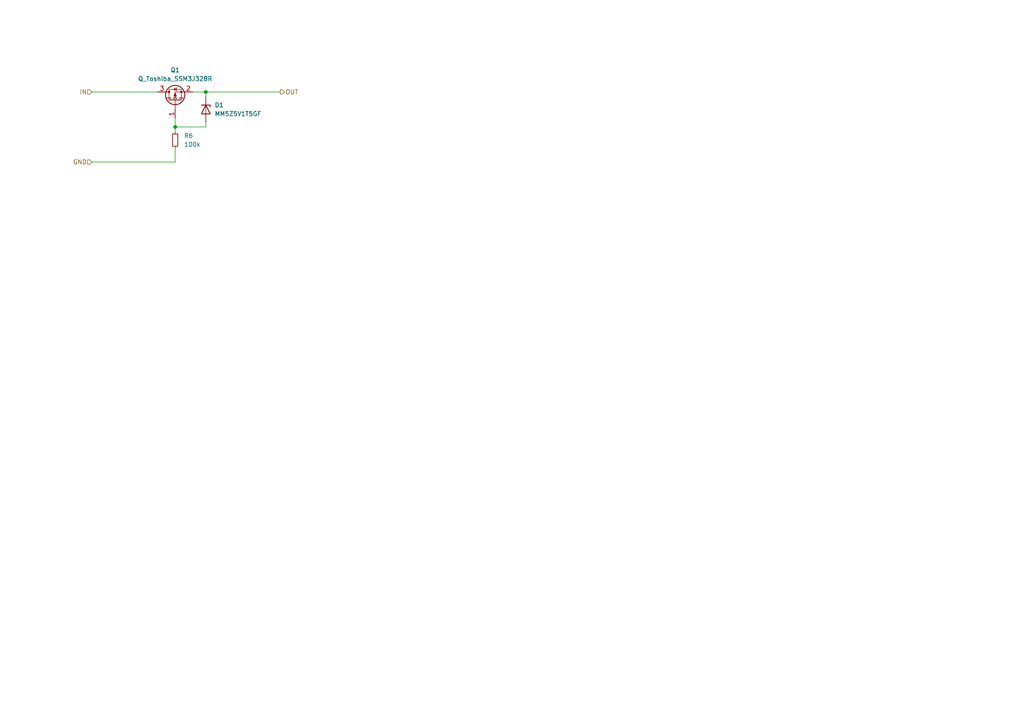
<source format=kicad_sch>
(kicad_sch (version 20231120) (generator "eeschema") (generator_version "8.0")
  (paper "A4")
  (lib_symbols
    (symbol "Device:D_Zener" (pin_numbers hide) (pin_names (offset 1.016) hide)
      (property "Reference" "D" (at 0 2.54 0))
      (property "Value" "D_Zener" (at 0 -2.54 0))
      (symbol "D_Zener_0_1"
        (polyline (pts (xy 1.27 0) (xy -1.27 0)))
        (polyline (pts (xy -1.27 -1.27) (xy -1.27 1.27) (xy -0.762 1.27)) (stroke (width 0.254)))
        (polyline (pts (xy 1.27 -1.27) (xy 1.27 1.27) (xy -1.27 0) (xy 1.27 -1.27)) (stroke (width 0.254)))
      )
      (symbol "D_Zener_1_1"
        (pin passive line (at -3.81 0 0) (length 2.54) (name "K") (number "1"))
        (pin passive line (at 3.81 0 180) (length 2.54) (name "A") (number "2"))
      )
    )
    (symbol "Device:R_Small" (pin_numbers hide) (pin_names (offset 0.254) hide)
      (property "Reference" "R" (at 0.762 0.508 0))
      (property "Value" "R_Small" (at 0.762 -1.016 0))
      (symbol "R_Small_0_1"
        (rectangle (start -0.762 1.778) (end 0.762 -1.778) (stroke (width 0.2032)))
      )
      (symbol "R_Small_1_1"
        (pin passive line (at 0 2.54 270) (length 0.762) (name "~") (number "1"))
        (pin passive line (at 0 -2.54 90) (length 0.762) (name "~") (number "2"))
      )
    )
    (symbol "Toshiba_SSM3J328R:Q_Toshiba_SSM3J328R" (pin_names (offset 0) hide)
      (property "Reference" "Q" (at 5.08 1.27 0))
      (property "Value" "Q_Toshiba_SSM3J328R" (at 5.08 -1.27 0))
      (symbol "Q_Toshiba_SSM3J328R_0_1"
        (polyline (pts (xy 0.254 0) (xy -2.54 0)))
        (polyline (pts (xy 0.254 1.905) (xy 0.254 -1.905)) (stroke (width 0.254)))
        (polyline (pts (xy 0.762 -1.27) (xy 0.762 -2.286)) (stroke (width 0.254)))
        (polyline (pts (xy 0.762 0.508) (xy 0.762 -0.508)) (stroke (width 0.254)))
        (polyline (pts (xy 0.762 2.286) (xy 0.762 1.27)) (stroke (width 0.254)))
        (polyline (pts (xy 2.54 2.54) (xy 2.54 1.778)))
        (polyline (pts (xy 2.54 -2.54) (xy 2.54 0) (xy 0.762 0)))
        (polyline (pts (xy 0.762 1.778) (xy 3.302 1.778) (xy 3.302 -1.778) (xy 0.762 -1.778)))
        (polyline (pts (xy 2.286 0) (xy 1.27 0.381) (xy 1.27 -0.381) (xy 2.286 0)) (fill (type outline)))
        (polyline (pts (xy 2.794 -0.508) (xy 2.921 -0.381) (xy 3.683 -0.381) (xy 3.81 -0.254)))
        (polyline (pts (xy 3.302 -0.381) (xy 2.921 0.254) (xy 3.683 0.254) (xy 3.302 -0.381)))
        (circle (center 1.651 0) (radius 2.794) (stroke (width 0.254)))
        (circle (center 2.54 -1.778) (radius 0.254) (fill (type outline)))
        (circle (center 2.54 1.778) (radius 0.254) (fill (type outline)))
      )
      (symbol "Q_Toshiba_SSM3J328R_1_1"
        (pin input line (at -5.08 0 0) (length 2.54) (name "G") (number "1"))
        (pin passive line (at 2.54 -5.08 90) (length 2.54) (name "S") (number "2"))
        (pin passive line (at 2.54 5.08 270) (length 2.54) (name "D") (number "3"))
      )
    )
  )
  (junction (at 59.69 26.67))
  (junction (at 50.8 36.83))
  (wire (pts (xy 59.69 26.67) (xy 81.28 26.67)))
  (wire (pts (xy 50.8 34.29) (xy 50.8 36.83)))
  (wire (pts (xy 26.67 26.67) (xy 45.72 26.67)))
  (wire (pts (xy 26.67 46.99) (xy 50.8 46.99)))
  (wire (pts (xy 59.69 26.67) (xy 59.69 27.94)))
  (wire (pts (xy 50.8 36.83) (xy 50.8 38.1)))
  (wire (pts (xy 50.8 43.18) (xy 50.8 46.99)))
  (wire (pts (xy 50.8 36.83) (xy 59.69 36.83)))
  (wire (pts (xy 59.69 36.83) (xy 59.69 35.56)))
  (wire (pts (xy 55.88 26.67) (xy 59.69 26.67)))
  (hierarchical_label "OUT" (shape output) (at 81.28 26.67 0))
  (hierarchical_label "IN" (shape input) (at 26.67 26.67 180))
  (hierarchical_label "GND" (shape input) (at 26.67 46.99 180))
  (symbol (lib_id "Toshiba_SSM3J328R:Q_Toshiba_SSM3J328R") (at 50.8 29.21 90) (unit 1)
    (property "Reference" "Q1" (at 50.8 20.32 90))
    (property "Value" "Q_Toshiba_SSM3J328R" (at 50.8 22.86 90))
    (property "Footprint" "SOT:SOT-23F" (effects (hide yes)))
    (property "Description" "P-MOSFET transistor, gate/source/drain" (effects (hide yes)))
  )
  (symbol (lib_id "Device:R_Small") (at 50.8 40.64 0) (unit 1)
    (property "Reference" "R6" (at 53.34 39.3699 0) (effects (justify left)))
    (property "Value" "100k" (at 53.34 41.9099 0) (effects (justify left)))
    (property "Footprint" "Resistor_SMD:R_0603_1608Metric" (effects (hide yes)))
    (property "Description" "Resistor, small symbol" (effects (hide yes)))
  )
  (symbol (lib_id "Device:D_Zener") (at 59.69 31.75 270) (unit 1)
    (property "Reference" "D1" (at 62.23 30.4799 90) (effects (justify left)))
    (property "Value" "MM5Z5V1T5GF" (at 62.23 33.0199 90) (effects (justify left)))
    (property "Footprint" "SOT:D_SOD-523" (effects (hide yes)))
    (property "Description" "Zener diode" (effects (hide yes)))
  )
)
</source>
